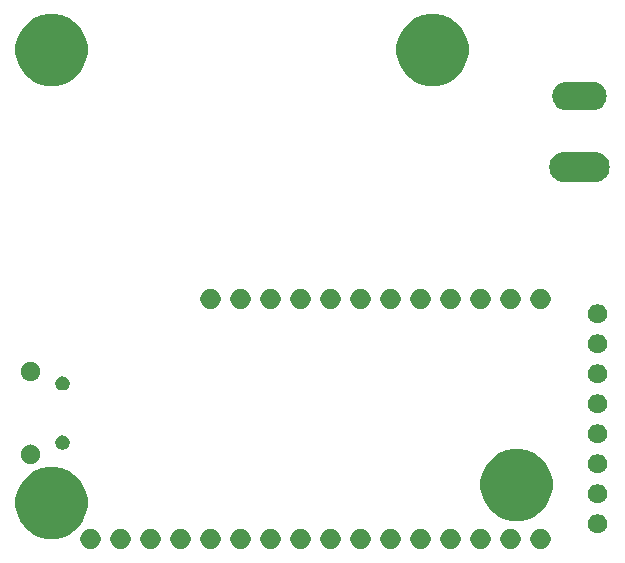
<source format=gbr>
G04 #@! TF.GenerationSoftware,KiCad,Pcbnew,(5.1.2-1)-1*
G04 #@! TF.CreationDate,2019-06-12T11:41:37-04:00*
G04 #@! TF.ProjectId,syringe_board,73797269-6e67-4655-9f62-6f6172642e6b,rev?*
G04 #@! TF.SameCoordinates,Original*
G04 #@! TF.FileFunction,Soldermask,Bot*
G04 #@! TF.FilePolarity,Negative*
%FSLAX46Y46*%
G04 Gerber Fmt 4.6, Leading zero omitted, Abs format (unit mm)*
G04 Created by KiCad (PCBNEW (5.1.2-1)-1) date 2019-06-12 11:41:37*
%MOMM*%
%LPD*%
G04 APERTURE LIST*
%ADD10C,0.100000*%
G04 APERTURE END LIST*
D10*
G36*
X133091569Y-106365280D02*
G01*
X133247278Y-106429776D01*
X133387413Y-106523412D01*
X133506588Y-106642587D01*
X133600224Y-106782722D01*
X133664720Y-106938431D01*
X133697600Y-107103729D01*
X133697600Y-107272271D01*
X133664720Y-107437569D01*
X133600224Y-107593278D01*
X133506588Y-107733413D01*
X133387413Y-107852588D01*
X133247278Y-107946224D01*
X133091569Y-108010720D01*
X132926271Y-108043600D01*
X132757729Y-108043600D01*
X132592431Y-108010720D01*
X132436722Y-107946224D01*
X132296587Y-107852588D01*
X132177412Y-107733413D01*
X132083776Y-107593278D01*
X132019280Y-107437569D01*
X131986400Y-107272271D01*
X131986400Y-107103729D01*
X132019280Y-106938431D01*
X132083776Y-106782722D01*
X132177412Y-106642587D01*
X132296587Y-106523412D01*
X132436722Y-106429776D01*
X132592431Y-106365280D01*
X132757729Y-106332400D01*
X132926271Y-106332400D01*
X133091569Y-106365280D01*
X133091569Y-106365280D01*
G37*
G36*
X130551569Y-106365280D02*
G01*
X130707278Y-106429776D01*
X130847413Y-106523412D01*
X130966588Y-106642587D01*
X131060224Y-106782722D01*
X131124720Y-106938431D01*
X131157600Y-107103729D01*
X131157600Y-107272271D01*
X131124720Y-107437569D01*
X131060224Y-107593278D01*
X130966588Y-107733413D01*
X130847413Y-107852588D01*
X130707278Y-107946224D01*
X130551569Y-108010720D01*
X130386271Y-108043600D01*
X130217729Y-108043600D01*
X130052431Y-108010720D01*
X129896722Y-107946224D01*
X129756587Y-107852588D01*
X129637412Y-107733413D01*
X129543776Y-107593278D01*
X129479280Y-107437569D01*
X129446400Y-107272271D01*
X129446400Y-107103729D01*
X129479280Y-106938431D01*
X129543776Y-106782722D01*
X129637412Y-106642587D01*
X129756587Y-106523412D01*
X129896722Y-106429776D01*
X130052431Y-106365280D01*
X130217729Y-106332400D01*
X130386271Y-106332400D01*
X130551569Y-106365280D01*
X130551569Y-106365280D01*
G37*
G36*
X128011569Y-106365280D02*
G01*
X128167278Y-106429776D01*
X128307413Y-106523412D01*
X128426588Y-106642587D01*
X128520224Y-106782722D01*
X128584720Y-106938431D01*
X128617600Y-107103729D01*
X128617600Y-107272271D01*
X128584720Y-107437569D01*
X128520224Y-107593278D01*
X128426588Y-107733413D01*
X128307413Y-107852588D01*
X128167278Y-107946224D01*
X128011569Y-108010720D01*
X127846271Y-108043600D01*
X127677729Y-108043600D01*
X127512431Y-108010720D01*
X127356722Y-107946224D01*
X127216587Y-107852588D01*
X127097412Y-107733413D01*
X127003776Y-107593278D01*
X126939280Y-107437569D01*
X126906400Y-107272271D01*
X126906400Y-107103729D01*
X126939280Y-106938431D01*
X127003776Y-106782722D01*
X127097412Y-106642587D01*
X127216587Y-106523412D01*
X127356722Y-106429776D01*
X127512431Y-106365280D01*
X127677729Y-106332400D01*
X127846271Y-106332400D01*
X128011569Y-106365280D01*
X128011569Y-106365280D01*
G37*
G36*
X125471569Y-106365280D02*
G01*
X125627278Y-106429776D01*
X125767413Y-106523412D01*
X125886588Y-106642587D01*
X125980224Y-106782722D01*
X126044720Y-106938431D01*
X126077600Y-107103729D01*
X126077600Y-107272271D01*
X126044720Y-107437569D01*
X125980224Y-107593278D01*
X125886588Y-107733413D01*
X125767413Y-107852588D01*
X125627278Y-107946224D01*
X125471569Y-108010720D01*
X125306271Y-108043600D01*
X125137729Y-108043600D01*
X124972431Y-108010720D01*
X124816722Y-107946224D01*
X124676587Y-107852588D01*
X124557412Y-107733413D01*
X124463776Y-107593278D01*
X124399280Y-107437569D01*
X124366400Y-107272271D01*
X124366400Y-107103729D01*
X124399280Y-106938431D01*
X124463776Y-106782722D01*
X124557412Y-106642587D01*
X124676587Y-106523412D01*
X124816722Y-106429776D01*
X124972431Y-106365280D01*
X125137729Y-106332400D01*
X125306271Y-106332400D01*
X125471569Y-106365280D01*
X125471569Y-106365280D01*
G37*
G36*
X122931569Y-106365280D02*
G01*
X123087278Y-106429776D01*
X123227413Y-106523412D01*
X123346588Y-106642587D01*
X123440224Y-106782722D01*
X123504720Y-106938431D01*
X123537600Y-107103729D01*
X123537600Y-107272271D01*
X123504720Y-107437569D01*
X123440224Y-107593278D01*
X123346588Y-107733413D01*
X123227413Y-107852588D01*
X123087278Y-107946224D01*
X122931569Y-108010720D01*
X122766271Y-108043600D01*
X122597729Y-108043600D01*
X122432431Y-108010720D01*
X122276722Y-107946224D01*
X122136587Y-107852588D01*
X122017412Y-107733413D01*
X121923776Y-107593278D01*
X121859280Y-107437569D01*
X121826400Y-107272271D01*
X121826400Y-107103729D01*
X121859280Y-106938431D01*
X121923776Y-106782722D01*
X122017412Y-106642587D01*
X122136587Y-106523412D01*
X122276722Y-106429776D01*
X122432431Y-106365280D01*
X122597729Y-106332400D01*
X122766271Y-106332400D01*
X122931569Y-106365280D01*
X122931569Y-106365280D01*
G37*
G36*
X120391569Y-106365280D02*
G01*
X120547278Y-106429776D01*
X120687413Y-106523412D01*
X120806588Y-106642587D01*
X120900224Y-106782722D01*
X120964720Y-106938431D01*
X120997600Y-107103729D01*
X120997600Y-107272271D01*
X120964720Y-107437569D01*
X120900224Y-107593278D01*
X120806588Y-107733413D01*
X120687413Y-107852588D01*
X120547278Y-107946224D01*
X120391569Y-108010720D01*
X120226271Y-108043600D01*
X120057729Y-108043600D01*
X119892431Y-108010720D01*
X119736722Y-107946224D01*
X119596587Y-107852588D01*
X119477412Y-107733413D01*
X119383776Y-107593278D01*
X119319280Y-107437569D01*
X119286400Y-107272271D01*
X119286400Y-107103729D01*
X119319280Y-106938431D01*
X119383776Y-106782722D01*
X119477412Y-106642587D01*
X119596587Y-106523412D01*
X119736722Y-106429776D01*
X119892431Y-106365280D01*
X120057729Y-106332400D01*
X120226271Y-106332400D01*
X120391569Y-106365280D01*
X120391569Y-106365280D01*
G37*
G36*
X117851569Y-106365280D02*
G01*
X118007278Y-106429776D01*
X118147413Y-106523412D01*
X118266588Y-106642587D01*
X118360224Y-106782722D01*
X118424720Y-106938431D01*
X118457600Y-107103729D01*
X118457600Y-107272271D01*
X118424720Y-107437569D01*
X118360224Y-107593278D01*
X118266588Y-107733413D01*
X118147413Y-107852588D01*
X118007278Y-107946224D01*
X117851569Y-108010720D01*
X117686271Y-108043600D01*
X117517729Y-108043600D01*
X117352431Y-108010720D01*
X117196722Y-107946224D01*
X117056587Y-107852588D01*
X116937412Y-107733413D01*
X116843776Y-107593278D01*
X116779280Y-107437569D01*
X116746400Y-107272271D01*
X116746400Y-107103729D01*
X116779280Y-106938431D01*
X116843776Y-106782722D01*
X116937412Y-106642587D01*
X117056587Y-106523412D01*
X117196722Y-106429776D01*
X117352431Y-106365280D01*
X117517729Y-106332400D01*
X117686271Y-106332400D01*
X117851569Y-106365280D01*
X117851569Y-106365280D01*
G37*
G36*
X115311569Y-106365280D02*
G01*
X115467278Y-106429776D01*
X115607413Y-106523412D01*
X115726588Y-106642587D01*
X115820224Y-106782722D01*
X115884720Y-106938431D01*
X115917600Y-107103729D01*
X115917600Y-107272271D01*
X115884720Y-107437569D01*
X115820224Y-107593278D01*
X115726588Y-107733413D01*
X115607413Y-107852588D01*
X115467278Y-107946224D01*
X115311569Y-108010720D01*
X115146271Y-108043600D01*
X114977729Y-108043600D01*
X114812431Y-108010720D01*
X114656722Y-107946224D01*
X114516587Y-107852588D01*
X114397412Y-107733413D01*
X114303776Y-107593278D01*
X114239280Y-107437569D01*
X114206400Y-107272271D01*
X114206400Y-107103729D01*
X114239280Y-106938431D01*
X114303776Y-106782722D01*
X114397412Y-106642587D01*
X114516587Y-106523412D01*
X114656722Y-106429776D01*
X114812431Y-106365280D01*
X114977729Y-106332400D01*
X115146271Y-106332400D01*
X115311569Y-106365280D01*
X115311569Y-106365280D01*
G37*
G36*
X112771569Y-106365280D02*
G01*
X112927278Y-106429776D01*
X113067413Y-106523412D01*
X113186588Y-106642587D01*
X113280224Y-106782722D01*
X113344720Y-106938431D01*
X113377600Y-107103729D01*
X113377600Y-107272271D01*
X113344720Y-107437569D01*
X113280224Y-107593278D01*
X113186588Y-107733413D01*
X113067413Y-107852588D01*
X112927278Y-107946224D01*
X112771569Y-108010720D01*
X112606271Y-108043600D01*
X112437729Y-108043600D01*
X112272431Y-108010720D01*
X112116722Y-107946224D01*
X111976587Y-107852588D01*
X111857412Y-107733413D01*
X111763776Y-107593278D01*
X111699280Y-107437569D01*
X111666400Y-107272271D01*
X111666400Y-107103729D01*
X111699280Y-106938431D01*
X111763776Y-106782722D01*
X111857412Y-106642587D01*
X111976587Y-106523412D01*
X112116722Y-106429776D01*
X112272431Y-106365280D01*
X112437729Y-106332400D01*
X112606271Y-106332400D01*
X112771569Y-106365280D01*
X112771569Y-106365280D01*
G37*
G36*
X110231569Y-106365280D02*
G01*
X110387278Y-106429776D01*
X110527413Y-106523412D01*
X110646588Y-106642587D01*
X110740224Y-106782722D01*
X110804720Y-106938431D01*
X110837600Y-107103729D01*
X110837600Y-107272271D01*
X110804720Y-107437569D01*
X110740224Y-107593278D01*
X110646588Y-107733413D01*
X110527413Y-107852588D01*
X110387278Y-107946224D01*
X110231569Y-108010720D01*
X110066271Y-108043600D01*
X109897729Y-108043600D01*
X109732431Y-108010720D01*
X109576722Y-107946224D01*
X109436587Y-107852588D01*
X109317412Y-107733413D01*
X109223776Y-107593278D01*
X109159280Y-107437569D01*
X109126400Y-107272271D01*
X109126400Y-107103729D01*
X109159280Y-106938431D01*
X109223776Y-106782722D01*
X109317412Y-106642587D01*
X109436587Y-106523412D01*
X109576722Y-106429776D01*
X109732431Y-106365280D01*
X109897729Y-106332400D01*
X110066271Y-106332400D01*
X110231569Y-106365280D01*
X110231569Y-106365280D01*
G37*
G36*
X107691569Y-106365280D02*
G01*
X107847278Y-106429776D01*
X107987413Y-106523412D01*
X108106588Y-106642587D01*
X108200224Y-106782722D01*
X108264720Y-106938431D01*
X108297600Y-107103729D01*
X108297600Y-107272271D01*
X108264720Y-107437569D01*
X108200224Y-107593278D01*
X108106588Y-107733413D01*
X107987413Y-107852588D01*
X107847278Y-107946224D01*
X107691569Y-108010720D01*
X107526271Y-108043600D01*
X107357729Y-108043600D01*
X107192431Y-108010720D01*
X107036722Y-107946224D01*
X106896587Y-107852588D01*
X106777412Y-107733413D01*
X106683776Y-107593278D01*
X106619280Y-107437569D01*
X106586400Y-107272271D01*
X106586400Y-107103729D01*
X106619280Y-106938431D01*
X106683776Y-106782722D01*
X106777412Y-106642587D01*
X106896587Y-106523412D01*
X107036722Y-106429776D01*
X107192431Y-106365280D01*
X107357729Y-106332400D01*
X107526271Y-106332400D01*
X107691569Y-106365280D01*
X107691569Y-106365280D01*
G37*
G36*
X105151569Y-106365280D02*
G01*
X105307278Y-106429776D01*
X105447413Y-106523412D01*
X105566588Y-106642587D01*
X105660224Y-106782722D01*
X105724720Y-106938431D01*
X105757600Y-107103729D01*
X105757600Y-107272271D01*
X105724720Y-107437569D01*
X105660224Y-107593278D01*
X105566588Y-107733413D01*
X105447413Y-107852588D01*
X105307278Y-107946224D01*
X105151569Y-108010720D01*
X104986271Y-108043600D01*
X104817729Y-108043600D01*
X104652431Y-108010720D01*
X104496722Y-107946224D01*
X104356587Y-107852588D01*
X104237412Y-107733413D01*
X104143776Y-107593278D01*
X104079280Y-107437569D01*
X104046400Y-107272271D01*
X104046400Y-107103729D01*
X104079280Y-106938431D01*
X104143776Y-106782722D01*
X104237412Y-106642587D01*
X104356587Y-106523412D01*
X104496722Y-106429776D01*
X104652431Y-106365280D01*
X104817729Y-106332400D01*
X104986271Y-106332400D01*
X105151569Y-106365280D01*
X105151569Y-106365280D01*
G37*
G36*
X102611569Y-106365280D02*
G01*
X102767278Y-106429776D01*
X102907413Y-106523412D01*
X103026588Y-106642587D01*
X103120224Y-106782722D01*
X103184720Y-106938431D01*
X103217600Y-107103729D01*
X103217600Y-107272271D01*
X103184720Y-107437569D01*
X103120224Y-107593278D01*
X103026588Y-107733413D01*
X102907413Y-107852588D01*
X102767278Y-107946224D01*
X102611569Y-108010720D01*
X102446271Y-108043600D01*
X102277729Y-108043600D01*
X102112431Y-108010720D01*
X101956722Y-107946224D01*
X101816587Y-107852588D01*
X101697412Y-107733413D01*
X101603776Y-107593278D01*
X101539280Y-107437569D01*
X101506400Y-107272271D01*
X101506400Y-107103729D01*
X101539280Y-106938431D01*
X101603776Y-106782722D01*
X101697412Y-106642587D01*
X101816587Y-106523412D01*
X101956722Y-106429776D01*
X102112431Y-106365280D01*
X102277729Y-106332400D01*
X102446271Y-106332400D01*
X102611569Y-106365280D01*
X102611569Y-106365280D01*
G37*
G36*
X100071569Y-106365280D02*
G01*
X100227278Y-106429776D01*
X100367413Y-106523412D01*
X100486588Y-106642587D01*
X100580224Y-106782722D01*
X100644720Y-106938431D01*
X100677600Y-107103729D01*
X100677600Y-107272271D01*
X100644720Y-107437569D01*
X100580224Y-107593278D01*
X100486588Y-107733413D01*
X100367413Y-107852588D01*
X100227278Y-107946224D01*
X100071569Y-108010720D01*
X99906271Y-108043600D01*
X99737729Y-108043600D01*
X99572431Y-108010720D01*
X99416722Y-107946224D01*
X99276587Y-107852588D01*
X99157412Y-107733413D01*
X99063776Y-107593278D01*
X98999280Y-107437569D01*
X98966400Y-107272271D01*
X98966400Y-107103729D01*
X98999280Y-106938431D01*
X99063776Y-106782722D01*
X99157412Y-106642587D01*
X99276587Y-106523412D01*
X99416722Y-106429776D01*
X99572431Y-106365280D01*
X99737729Y-106332400D01*
X99906271Y-106332400D01*
X100071569Y-106365280D01*
X100071569Y-106365280D01*
G37*
G36*
X97531569Y-106365280D02*
G01*
X97687278Y-106429776D01*
X97827413Y-106523412D01*
X97946588Y-106642587D01*
X98040224Y-106782722D01*
X98104720Y-106938431D01*
X98137600Y-107103729D01*
X98137600Y-107272271D01*
X98104720Y-107437569D01*
X98040224Y-107593278D01*
X97946588Y-107733413D01*
X97827413Y-107852588D01*
X97687278Y-107946224D01*
X97531569Y-108010720D01*
X97366271Y-108043600D01*
X97197729Y-108043600D01*
X97032431Y-108010720D01*
X96876722Y-107946224D01*
X96736587Y-107852588D01*
X96617412Y-107733413D01*
X96523776Y-107593278D01*
X96459280Y-107437569D01*
X96426400Y-107272271D01*
X96426400Y-107103729D01*
X96459280Y-106938431D01*
X96523776Y-106782722D01*
X96617412Y-106642587D01*
X96736587Y-106523412D01*
X96876722Y-106429776D01*
X97032431Y-106365280D01*
X97197729Y-106332400D01*
X97366271Y-106332400D01*
X97531569Y-106365280D01*
X97531569Y-106365280D01*
G37*
G36*
X94991569Y-106365280D02*
G01*
X95147278Y-106429776D01*
X95287413Y-106523412D01*
X95406588Y-106642587D01*
X95500224Y-106782722D01*
X95564720Y-106938431D01*
X95597600Y-107103729D01*
X95597600Y-107272271D01*
X95564720Y-107437569D01*
X95500224Y-107593278D01*
X95406588Y-107733413D01*
X95287413Y-107852588D01*
X95147278Y-107946224D01*
X94991569Y-108010720D01*
X94826271Y-108043600D01*
X94657729Y-108043600D01*
X94492431Y-108010720D01*
X94336722Y-107946224D01*
X94196587Y-107852588D01*
X94077412Y-107733413D01*
X93983776Y-107593278D01*
X93919280Y-107437569D01*
X93886400Y-107272271D01*
X93886400Y-107103729D01*
X93919280Y-106938431D01*
X93983776Y-106782722D01*
X94077412Y-106642587D01*
X94196587Y-106523412D01*
X94336722Y-106429776D01*
X94492431Y-106365280D01*
X94657729Y-106332400D01*
X94826271Y-106332400D01*
X94991569Y-106365280D01*
X94991569Y-106365280D01*
G37*
G36*
X92329943Y-101206248D02*
G01*
X92885189Y-101436238D01*
X92885190Y-101436239D01*
X93384899Y-101770134D01*
X93809866Y-102195101D01*
X93809867Y-102195103D01*
X94143762Y-102694811D01*
X94373752Y-103250057D01*
X94491000Y-103839501D01*
X94491000Y-104440499D01*
X94373752Y-105029943D01*
X94143762Y-105585189D01*
X94079838Y-105680858D01*
X93809866Y-106084899D01*
X93384899Y-106509866D01*
X93364626Y-106523412D01*
X92885189Y-106843762D01*
X92329943Y-107073752D01*
X91740499Y-107191000D01*
X91139501Y-107191000D01*
X90550057Y-107073752D01*
X89994811Y-106843762D01*
X89515374Y-106523412D01*
X89495101Y-106509866D01*
X89070134Y-106084899D01*
X88800162Y-105680858D01*
X88736238Y-105585189D01*
X88506248Y-105029943D01*
X88389000Y-104440499D01*
X88389000Y-103839501D01*
X88506248Y-103250057D01*
X88736238Y-102694811D01*
X89070133Y-102195103D01*
X89070134Y-102195101D01*
X89495101Y-101770134D01*
X89994810Y-101436239D01*
X89994811Y-101436238D01*
X90550057Y-101206248D01*
X91139501Y-101089000D01*
X91740499Y-101089000D01*
X92329943Y-101206248D01*
X92329943Y-101206248D01*
G37*
G36*
X137905142Y-105136242D02*
G01*
X138053101Y-105197529D01*
X138186255Y-105286499D01*
X138299501Y-105399745D01*
X138388471Y-105532899D01*
X138449758Y-105680858D01*
X138481000Y-105837925D01*
X138481000Y-105998075D01*
X138449758Y-106155142D01*
X138388471Y-106303101D01*
X138299501Y-106436255D01*
X138186255Y-106549501D01*
X138053101Y-106638471D01*
X137905142Y-106699758D01*
X137748075Y-106731000D01*
X137587925Y-106731000D01*
X137430858Y-106699758D01*
X137282899Y-106638471D01*
X137149745Y-106549501D01*
X137036499Y-106436255D01*
X136947529Y-106303101D01*
X136886242Y-106155142D01*
X136855000Y-105998075D01*
X136855000Y-105837925D01*
X136886242Y-105680858D01*
X136947529Y-105532899D01*
X137036499Y-105399745D01*
X137149745Y-105286499D01*
X137282899Y-105197529D01*
X137430858Y-105136242D01*
X137587925Y-105105000D01*
X137748075Y-105105000D01*
X137905142Y-105136242D01*
X137905142Y-105136242D01*
G37*
G36*
X131699943Y-99682248D02*
G01*
X132255189Y-99912238D01*
X132423949Y-100025000D01*
X132754899Y-100246134D01*
X133179866Y-100671101D01*
X133296596Y-100845800D01*
X133513762Y-101170811D01*
X133743752Y-101726057D01*
X133861000Y-102315501D01*
X133861000Y-102916499D01*
X133743752Y-103505943D01*
X133513762Y-104061189D01*
X133513761Y-104061190D01*
X133179866Y-104560899D01*
X132754899Y-104985866D01*
X132576602Y-105105000D01*
X132255189Y-105319762D01*
X131699943Y-105549752D01*
X131110499Y-105667000D01*
X130509501Y-105667000D01*
X129920057Y-105549752D01*
X129364811Y-105319762D01*
X129043398Y-105105000D01*
X128865101Y-104985866D01*
X128440134Y-104560899D01*
X128106239Y-104061190D01*
X128106238Y-104061189D01*
X127876248Y-103505943D01*
X127759000Y-102916499D01*
X127759000Y-102315501D01*
X127876248Y-101726057D01*
X128106238Y-101170811D01*
X128323404Y-100845800D01*
X128440134Y-100671101D01*
X128865101Y-100246134D01*
X129196051Y-100025000D01*
X129364811Y-99912238D01*
X129920057Y-99682248D01*
X130509501Y-99565000D01*
X131110499Y-99565000D01*
X131699943Y-99682248D01*
X131699943Y-99682248D01*
G37*
G36*
X137905142Y-102596242D02*
G01*
X138053101Y-102657529D01*
X138186255Y-102746499D01*
X138299501Y-102859745D01*
X138388471Y-102992899D01*
X138449758Y-103140858D01*
X138481000Y-103297925D01*
X138481000Y-103458075D01*
X138449758Y-103615142D01*
X138388471Y-103763101D01*
X138299501Y-103896255D01*
X138186255Y-104009501D01*
X138053101Y-104098471D01*
X137905142Y-104159758D01*
X137748075Y-104191000D01*
X137587925Y-104191000D01*
X137430858Y-104159758D01*
X137282899Y-104098471D01*
X137149745Y-104009501D01*
X137036499Y-103896255D01*
X136947529Y-103763101D01*
X136886242Y-103615142D01*
X136855000Y-103458075D01*
X136855000Y-103297925D01*
X136886242Y-103140858D01*
X136947529Y-102992899D01*
X137036499Y-102859745D01*
X137149745Y-102746499D01*
X137282899Y-102657529D01*
X137430858Y-102596242D01*
X137587925Y-102565000D01*
X137748075Y-102565000D01*
X137905142Y-102596242D01*
X137905142Y-102596242D01*
G37*
G36*
X137905142Y-100056242D02*
G01*
X138053101Y-100117529D01*
X138186255Y-100206499D01*
X138299501Y-100319745D01*
X138388471Y-100452899D01*
X138449758Y-100600858D01*
X138481000Y-100757925D01*
X138481000Y-100918075D01*
X138449758Y-101075142D01*
X138388471Y-101223101D01*
X138299501Y-101356255D01*
X138186255Y-101469501D01*
X138053101Y-101558471D01*
X137905142Y-101619758D01*
X137748075Y-101651000D01*
X137587925Y-101651000D01*
X137430858Y-101619758D01*
X137282899Y-101558471D01*
X137149745Y-101469501D01*
X137036499Y-101356255D01*
X136947529Y-101223101D01*
X136886242Y-101075142D01*
X136855000Y-100918075D01*
X136855000Y-100757925D01*
X136886242Y-100600858D01*
X136947529Y-100452899D01*
X137036499Y-100319745D01*
X137149745Y-100206499D01*
X137282899Y-100117529D01*
X137430858Y-100056242D01*
X137587925Y-100025000D01*
X137748075Y-100025000D01*
X137905142Y-100056242D01*
X137905142Y-100056242D01*
G37*
G36*
X89796581Y-99203983D02*
G01*
X89902994Y-99225150D01*
X90053353Y-99287431D01*
X90188672Y-99377848D01*
X90303752Y-99492928D01*
X90394169Y-99628247D01*
X90456450Y-99778606D01*
X90488200Y-99938226D01*
X90488200Y-100100974D01*
X90456450Y-100260594D01*
X90394169Y-100410953D01*
X90303752Y-100546272D01*
X90188672Y-100661352D01*
X90053353Y-100751769D01*
X89902994Y-100814050D01*
X89796581Y-100835217D01*
X89743375Y-100845800D01*
X89580625Y-100845800D01*
X89527419Y-100835217D01*
X89421006Y-100814050D01*
X89270647Y-100751769D01*
X89135328Y-100661352D01*
X89020248Y-100546272D01*
X88929831Y-100410953D01*
X88867550Y-100260594D01*
X88835800Y-100100974D01*
X88835800Y-99938226D01*
X88867550Y-99778606D01*
X88929831Y-99628247D01*
X89020248Y-99492928D01*
X89135328Y-99377848D01*
X89270647Y-99287431D01*
X89421006Y-99225150D01*
X89527419Y-99203983D01*
X89580625Y-99193400D01*
X89743375Y-99193400D01*
X89796581Y-99203983D01*
X89796581Y-99203983D01*
G37*
G36*
X92538177Y-98439211D02*
G01*
X92538179Y-98439212D01*
X92538180Y-98439212D01*
X92593140Y-98461977D01*
X92648104Y-98484744D01*
X92747025Y-98550841D01*
X92831159Y-98634975D01*
X92897256Y-98733896D01*
X92942789Y-98843823D01*
X92966000Y-98960510D01*
X92966000Y-99079490D01*
X92942789Y-99196177D01*
X92897256Y-99306104D01*
X92831159Y-99405025D01*
X92747025Y-99489159D01*
X92648104Y-99555256D01*
X92593140Y-99578023D01*
X92538180Y-99600788D01*
X92538179Y-99600788D01*
X92538177Y-99600789D01*
X92421490Y-99624000D01*
X92302510Y-99624000D01*
X92185823Y-99600789D01*
X92185821Y-99600788D01*
X92185820Y-99600788D01*
X92130860Y-99578023D01*
X92075896Y-99555256D01*
X91976975Y-99489159D01*
X91892841Y-99405025D01*
X91826744Y-99306104D01*
X91781211Y-99196177D01*
X91758000Y-99079490D01*
X91758000Y-98960510D01*
X91781211Y-98843823D01*
X91826744Y-98733896D01*
X91892841Y-98634975D01*
X91976975Y-98550841D01*
X92075896Y-98484744D01*
X92130860Y-98461977D01*
X92185820Y-98439212D01*
X92185821Y-98439212D01*
X92185823Y-98439211D01*
X92302510Y-98416000D01*
X92421490Y-98416000D01*
X92538177Y-98439211D01*
X92538177Y-98439211D01*
G37*
G36*
X137905142Y-97516242D02*
G01*
X138053101Y-97577529D01*
X138186255Y-97666499D01*
X138299501Y-97779745D01*
X138388471Y-97912899D01*
X138449758Y-98060858D01*
X138481000Y-98217925D01*
X138481000Y-98378075D01*
X138449758Y-98535142D01*
X138388471Y-98683101D01*
X138299501Y-98816255D01*
X138186255Y-98929501D01*
X138053101Y-99018471D01*
X137905142Y-99079758D01*
X137748075Y-99111000D01*
X137587925Y-99111000D01*
X137430858Y-99079758D01*
X137282899Y-99018471D01*
X137149745Y-98929501D01*
X137036499Y-98816255D01*
X136947529Y-98683101D01*
X136886242Y-98535142D01*
X136855000Y-98378075D01*
X136855000Y-98217925D01*
X136886242Y-98060858D01*
X136947529Y-97912899D01*
X137036499Y-97779745D01*
X137149745Y-97666499D01*
X137282899Y-97577529D01*
X137430858Y-97516242D01*
X137587925Y-97485000D01*
X137748075Y-97485000D01*
X137905142Y-97516242D01*
X137905142Y-97516242D01*
G37*
G36*
X137905142Y-94976242D02*
G01*
X138053101Y-95037529D01*
X138186255Y-95126499D01*
X138299501Y-95239745D01*
X138388471Y-95372899D01*
X138449758Y-95520858D01*
X138481000Y-95677925D01*
X138481000Y-95838075D01*
X138449758Y-95995142D01*
X138388471Y-96143101D01*
X138299501Y-96276255D01*
X138186255Y-96389501D01*
X138053101Y-96478471D01*
X137905142Y-96539758D01*
X137748075Y-96571000D01*
X137587925Y-96571000D01*
X137430858Y-96539758D01*
X137282899Y-96478471D01*
X137149745Y-96389501D01*
X137036499Y-96276255D01*
X136947529Y-96143101D01*
X136886242Y-95995142D01*
X136855000Y-95838075D01*
X136855000Y-95677925D01*
X136886242Y-95520858D01*
X136947529Y-95372899D01*
X137036499Y-95239745D01*
X137149745Y-95126499D01*
X137282899Y-95037529D01*
X137430858Y-94976242D01*
X137587925Y-94945000D01*
X137748075Y-94945000D01*
X137905142Y-94976242D01*
X137905142Y-94976242D01*
G37*
G36*
X92538177Y-93439211D02*
G01*
X92538179Y-93439212D01*
X92538180Y-93439212D01*
X92593141Y-93461978D01*
X92648104Y-93484744D01*
X92747025Y-93550841D01*
X92831159Y-93634975D01*
X92897256Y-93733896D01*
X92942789Y-93843823D01*
X92966000Y-93960510D01*
X92966000Y-94079490D01*
X92942789Y-94196177D01*
X92897256Y-94306104D01*
X92831159Y-94405025D01*
X92747025Y-94489159D01*
X92648104Y-94555256D01*
X92593141Y-94578022D01*
X92538180Y-94600788D01*
X92538179Y-94600788D01*
X92538177Y-94600789D01*
X92421490Y-94624000D01*
X92302510Y-94624000D01*
X92185823Y-94600789D01*
X92185821Y-94600788D01*
X92185820Y-94600788D01*
X92130859Y-94578022D01*
X92075896Y-94555256D01*
X91976975Y-94489159D01*
X91892841Y-94405025D01*
X91826744Y-94306104D01*
X91781211Y-94196177D01*
X91758000Y-94079490D01*
X91758000Y-93960510D01*
X91781211Y-93843823D01*
X91826744Y-93733896D01*
X91892841Y-93634975D01*
X91976975Y-93550841D01*
X92075896Y-93484744D01*
X92130860Y-93461977D01*
X92185820Y-93439212D01*
X92185821Y-93439212D01*
X92185823Y-93439211D01*
X92302510Y-93416000D01*
X92421490Y-93416000D01*
X92538177Y-93439211D01*
X92538177Y-93439211D01*
G37*
G36*
X137905142Y-92436242D02*
G01*
X138053101Y-92497529D01*
X138186255Y-92586499D01*
X138299501Y-92699745D01*
X138388471Y-92832899D01*
X138449758Y-92980858D01*
X138481000Y-93137925D01*
X138481000Y-93298075D01*
X138449758Y-93455142D01*
X138388471Y-93603101D01*
X138299501Y-93736255D01*
X138186255Y-93849501D01*
X138053101Y-93938471D01*
X137905142Y-93999758D01*
X137748075Y-94031000D01*
X137587925Y-94031000D01*
X137430858Y-93999758D01*
X137282899Y-93938471D01*
X137149745Y-93849501D01*
X137036499Y-93736255D01*
X136947529Y-93603101D01*
X136886242Y-93455142D01*
X136855000Y-93298075D01*
X136855000Y-93137925D01*
X136886242Y-92980858D01*
X136947529Y-92832899D01*
X137036499Y-92699745D01*
X137149745Y-92586499D01*
X137282899Y-92497529D01*
X137430858Y-92436242D01*
X137587925Y-92405000D01*
X137748075Y-92405000D01*
X137905142Y-92436242D01*
X137905142Y-92436242D01*
G37*
G36*
X89796581Y-92204783D02*
G01*
X89902994Y-92225950D01*
X90053353Y-92288231D01*
X90188672Y-92378648D01*
X90303752Y-92493728D01*
X90394169Y-92629047D01*
X90456450Y-92779406D01*
X90488200Y-92939026D01*
X90488200Y-93101774D01*
X90456450Y-93261394D01*
X90394169Y-93411753D01*
X90303752Y-93547072D01*
X90188672Y-93662152D01*
X90053353Y-93752569D01*
X89902994Y-93814850D01*
X89796581Y-93836017D01*
X89743375Y-93846600D01*
X89580625Y-93846600D01*
X89527419Y-93836017D01*
X89421006Y-93814850D01*
X89270647Y-93752569D01*
X89135328Y-93662152D01*
X89020248Y-93547072D01*
X88929831Y-93411753D01*
X88867550Y-93261394D01*
X88835800Y-93101774D01*
X88835800Y-92939026D01*
X88867550Y-92779406D01*
X88929831Y-92629047D01*
X89020248Y-92493728D01*
X89135328Y-92378648D01*
X89270647Y-92288231D01*
X89421006Y-92225950D01*
X89527419Y-92204783D01*
X89580625Y-92194200D01*
X89743375Y-92194200D01*
X89796581Y-92204783D01*
X89796581Y-92204783D01*
G37*
G36*
X137905142Y-89896242D02*
G01*
X138053101Y-89957529D01*
X138186255Y-90046499D01*
X138299501Y-90159745D01*
X138388471Y-90292899D01*
X138449758Y-90440858D01*
X138481000Y-90597925D01*
X138481000Y-90758075D01*
X138449758Y-90915142D01*
X138388471Y-91063101D01*
X138299501Y-91196255D01*
X138186255Y-91309501D01*
X138053101Y-91398471D01*
X137905142Y-91459758D01*
X137748075Y-91491000D01*
X137587925Y-91491000D01*
X137430858Y-91459758D01*
X137282899Y-91398471D01*
X137149745Y-91309501D01*
X137036499Y-91196255D01*
X136947529Y-91063101D01*
X136886242Y-90915142D01*
X136855000Y-90758075D01*
X136855000Y-90597925D01*
X136886242Y-90440858D01*
X136947529Y-90292899D01*
X137036499Y-90159745D01*
X137149745Y-90046499D01*
X137282899Y-89957529D01*
X137430858Y-89896242D01*
X137587925Y-89865000D01*
X137748075Y-89865000D01*
X137905142Y-89896242D01*
X137905142Y-89896242D01*
G37*
G36*
X137905142Y-87356242D02*
G01*
X138053101Y-87417529D01*
X138186255Y-87506499D01*
X138299501Y-87619745D01*
X138388471Y-87752899D01*
X138449758Y-87900858D01*
X138481000Y-88057925D01*
X138481000Y-88218075D01*
X138449758Y-88375142D01*
X138388471Y-88523101D01*
X138299501Y-88656255D01*
X138186255Y-88769501D01*
X138053101Y-88858471D01*
X137905142Y-88919758D01*
X137748075Y-88951000D01*
X137587925Y-88951000D01*
X137430858Y-88919758D01*
X137282899Y-88858471D01*
X137149745Y-88769501D01*
X137036499Y-88656255D01*
X136947529Y-88523101D01*
X136886242Y-88375142D01*
X136855000Y-88218075D01*
X136855000Y-88057925D01*
X136886242Y-87900858D01*
X136947529Y-87752899D01*
X137036499Y-87619745D01*
X137149745Y-87506499D01*
X137282899Y-87417529D01*
X137430858Y-87356242D01*
X137587925Y-87325000D01*
X137748075Y-87325000D01*
X137905142Y-87356242D01*
X137905142Y-87356242D01*
G37*
G36*
X117851569Y-86045280D02*
G01*
X118007278Y-86109776D01*
X118147413Y-86203412D01*
X118266588Y-86322587D01*
X118360224Y-86462722D01*
X118424720Y-86618431D01*
X118457600Y-86783729D01*
X118457600Y-86952271D01*
X118424720Y-87117569D01*
X118360224Y-87273278D01*
X118266588Y-87413413D01*
X118147413Y-87532588D01*
X118007278Y-87626224D01*
X117851569Y-87690720D01*
X117686271Y-87723600D01*
X117517729Y-87723600D01*
X117352431Y-87690720D01*
X117196722Y-87626224D01*
X117056587Y-87532588D01*
X116937412Y-87413413D01*
X116843776Y-87273278D01*
X116779280Y-87117569D01*
X116746400Y-86952271D01*
X116746400Y-86783729D01*
X116779280Y-86618431D01*
X116843776Y-86462722D01*
X116937412Y-86322587D01*
X117056587Y-86203412D01*
X117196722Y-86109776D01*
X117352431Y-86045280D01*
X117517729Y-86012400D01*
X117686271Y-86012400D01*
X117851569Y-86045280D01*
X117851569Y-86045280D01*
G37*
G36*
X115311569Y-86045280D02*
G01*
X115467278Y-86109776D01*
X115607413Y-86203412D01*
X115726588Y-86322587D01*
X115820224Y-86462722D01*
X115884720Y-86618431D01*
X115917600Y-86783729D01*
X115917600Y-86952271D01*
X115884720Y-87117569D01*
X115820224Y-87273278D01*
X115726588Y-87413413D01*
X115607413Y-87532588D01*
X115467278Y-87626224D01*
X115311569Y-87690720D01*
X115146271Y-87723600D01*
X114977729Y-87723600D01*
X114812431Y-87690720D01*
X114656722Y-87626224D01*
X114516587Y-87532588D01*
X114397412Y-87413413D01*
X114303776Y-87273278D01*
X114239280Y-87117569D01*
X114206400Y-86952271D01*
X114206400Y-86783729D01*
X114239280Y-86618431D01*
X114303776Y-86462722D01*
X114397412Y-86322587D01*
X114516587Y-86203412D01*
X114656722Y-86109776D01*
X114812431Y-86045280D01*
X114977729Y-86012400D01*
X115146271Y-86012400D01*
X115311569Y-86045280D01*
X115311569Y-86045280D01*
G37*
G36*
X112771569Y-86045280D02*
G01*
X112927278Y-86109776D01*
X113067413Y-86203412D01*
X113186588Y-86322587D01*
X113280224Y-86462722D01*
X113344720Y-86618431D01*
X113377600Y-86783729D01*
X113377600Y-86952271D01*
X113344720Y-87117569D01*
X113280224Y-87273278D01*
X113186588Y-87413413D01*
X113067413Y-87532588D01*
X112927278Y-87626224D01*
X112771569Y-87690720D01*
X112606271Y-87723600D01*
X112437729Y-87723600D01*
X112272431Y-87690720D01*
X112116722Y-87626224D01*
X111976587Y-87532588D01*
X111857412Y-87413413D01*
X111763776Y-87273278D01*
X111699280Y-87117569D01*
X111666400Y-86952271D01*
X111666400Y-86783729D01*
X111699280Y-86618431D01*
X111763776Y-86462722D01*
X111857412Y-86322587D01*
X111976587Y-86203412D01*
X112116722Y-86109776D01*
X112272431Y-86045280D01*
X112437729Y-86012400D01*
X112606271Y-86012400D01*
X112771569Y-86045280D01*
X112771569Y-86045280D01*
G37*
G36*
X110231569Y-86045280D02*
G01*
X110387278Y-86109776D01*
X110527413Y-86203412D01*
X110646588Y-86322587D01*
X110740224Y-86462722D01*
X110804720Y-86618431D01*
X110837600Y-86783729D01*
X110837600Y-86952271D01*
X110804720Y-87117569D01*
X110740224Y-87273278D01*
X110646588Y-87413413D01*
X110527413Y-87532588D01*
X110387278Y-87626224D01*
X110231569Y-87690720D01*
X110066271Y-87723600D01*
X109897729Y-87723600D01*
X109732431Y-87690720D01*
X109576722Y-87626224D01*
X109436587Y-87532588D01*
X109317412Y-87413413D01*
X109223776Y-87273278D01*
X109159280Y-87117569D01*
X109126400Y-86952271D01*
X109126400Y-86783729D01*
X109159280Y-86618431D01*
X109223776Y-86462722D01*
X109317412Y-86322587D01*
X109436587Y-86203412D01*
X109576722Y-86109776D01*
X109732431Y-86045280D01*
X109897729Y-86012400D01*
X110066271Y-86012400D01*
X110231569Y-86045280D01*
X110231569Y-86045280D01*
G37*
G36*
X107691569Y-86045280D02*
G01*
X107847278Y-86109776D01*
X107987413Y-86203412D01*
X108106588Y-86322587D01*
X108200224Y-86462722D01*
X108264720Y-86618431D01*
X108297600Y-86783729D01*
X108297600Y-86952271D01*
X108264720Y-87117569D01*
X108200224Y-87273278D01*
X108106588Y-87413413D01*
X107987413Y-87532588D01*
X107847278Y-87626224D01*
X107691569Y-87690720D01*
X107526271Y-87723600D01*
X107357729Y-87723600D01*
X107192431Y-87690720D01*
X107036722Y-87626224D01*
X106896587Y-87532588D01*
X106777412Y-87413413D01*
X106683776Y-87273278D01*
X106619280Y-87117569D01*
X106586400Y-86952271D01*
X106586400Y-86783729D01*
X106619280Y-86618431D01*
X106683776Y-86462722D01*
X106777412Y-86322587D01*
X106896587Y-86203412D01*
X107036722Y-86109776D01*
X107192431Y-86045280D01*
X107357729Y-86012400D01*
X107526271Y-86012400D01*
X107691569Y-86045280D01*
X107691569Y-86045280D01*
G37*
G36*
X125471569Y-86045280D02*
G01*
X125627278Y-86109776D01*
X125767413Y-86203412D01*
X125886588Y-86322587D01*
X125980224Y-86462722D01*
X126044720Y-86618431D01*
X126077600Y-86783729D01*
X126077600Y-86952271D01*
X126044720Y-87117569D01*
X125980224Y-87273278D01*
X125886588Y-87413413D01*
X125767413Y-87532588D01*
X125627278Y-87626224D01*
X125471569Y-87690720D01*
X125306271Y-87723600D01*
X125137729Y-87723600D01*
X124972431Y-87690720D01*
X124816722Y-87626224D01*
X124676587Y-87532588D01*
X124557412Y-87413413D01*
X124463776Y-87273278D01*
X124399280Y-87117569D01*
X124366400Y-86952271D01*
X124366400Y-86783729D01*
X124399280Y-86618431D01*
X124463776Y-86462722D01*
X124557412Y-86322587D01*
X124676587Y-86203412D01*
X124816722Y-86109776D01*
X124972431Y-86045280D01*
X125137729Y-86012400D01*
X125306271Y-86012400D01*
X125471569Y-86045280D01*
X125471569Y-86045280D01*
G37*
G36*
X105151569Y-86045280D02*
G01*
X105307278Y-86109776D01*
X105447413Y-86203412D01*
X105566588Y-86322587D01*
X105660224Y-86462722D01*
X105724720Y-86618431D01*
X105757600Y-86783729D01*
X105757600Y-86952271D01*
X105724720Y-87117569D01*
X105660224Y-87273278D01*
X105566588Y-87413413D01*
X105447413Y-87532588D01*
X105307278Y-87626224D01*
X105151569Y-87690720D01*
X104986271Y-87723600D01*
X104817729Y-87723600D01*
X104652431Y-87690720D01*
X104496722Y-87626224D01*
X104356587Y-87532588D01*
X104237412Y-87413413D01*
X104143776Y-87273278D01*
X104079280Y-87117569D01*
X104046400Y-86952271D01*
X104046400Y-86783729D01*
X104079280Y-86618431D01*
X104143776Y-86462722D01*
X104237412Y-86322587D01*
X104356587Y-86203412D01*
X104496722Y-86109776D01*
X104652431Y-86045280D01*
X104817729Y-86012400D01*
X104986271Y-86012400D01*
X105151569Y-86045280D01*
X105151569Y-86045280D01*
G37*
G36*
X128011569Y-86045280D02*
G01*
X128167278Y-86109776D01*
X128307413Y-86203412D01*
X128426588Y-86322587D01*
X128520224Y-86462722D01*
X128584720Y-86618431D01*
X128617600Y-86783729D01*
X128617600Y-86952271D01*
X128584720Y-87117569D01*
X128520224Y-87273278D01*
X128426588Y-87413413D01*
X128307413Y-87532588D01*
X128167278Y-87626224D01*
X128011569Y-87690720D01*
X127846271Y-87723600D01*
X127677729Y-87723600D01*
X127512431Y-87690720D01*
X127356722Y-87626224D01*
X127216587Y-87532588D01*
X127097412Y-87413413D01*
X127003776Y-87273278D01*
X126939280Y-87117569D01*
X126906400Y-86952271D01*
X126906400Y-86783729D01*
X126939280Y-86618431D01*
X127003776Y-86462722D01*
X127097412Y-86322587D01*
X127216587Y-86203412D01*
X127356722Y-86109776D01*
X127512431Y-86045280D01*
X127677729Y-86012400D01*
X127846271Y-86012400D01*
X128011569Y-86045280D01*
X128011569Y-86045280D01*
G37*
G36*
X130551569Y-86045280D02*
G01*
X130707278Y-86109776D01*
X130847413Y-86203412D01*
X130966588Y-86322587D01*
X131060224Y-86462722D01*
X131124720Y-86618431D01*
X131157600Y-86783729D01*
X131157600Y-86952271D01*
X131124720Y-87117569D01*
X131060224Y-87273278D01*
X130966588Y-87413413D01*
X130847413Y-87532588D01*
X130707278Y-87626224D01*
X130551569Y-87690720D01*
X130386271Y-87723600D01*
X130217729Y-87723600D01*
X130052431Y-87690720D01*
X129896722Y-87626224D01*
X129756587Y-87532588D01*
X129637412Y-87413413D01*
X129543776Y-87273278D01*
X129479280Y-87117569D01*
X129446400Y-86952271D01*
X129446400Y-86783729D01*
X129479280Y-86618431D01*
X129543776Y-86462722D01*
X129637412Y-86322587D01*
X129756587Y-86203412D01*
X129896722Y-86109776D01*
X130052431Y-86045280D01*
X130217729Y-86012400D01*
X130386271Y-86012400D01*
X130551569Y-86045280D01*
X130551569Y-86045280D01*
G37*
G36*
X133091569Y-86045280D02*
G01*
X133247278Y-86109776D01*
X133387413Y-86203412D01*
X133506588Y-86322587D01*
X133600224Y-86462722D01*
X133664720Y-86618431D01*
X133697600Y-86783729D01*
X133697600Y-86952271D01*
X133664720Y-87117569D01*
X133600224Y-87273278D01*
X133506588Y-87413413D01*
X133387413Y-87532588D01*
X133247278Y-87626224D01*
X133091569Y-87690720D01*
X132926271Y-87723600D01*
X132757729Y-87723600D01*
X132592431Y-87690720D01*
X132436722Y-87626224D01*
X132296587Y-87532588D01*
X132177412Y-87413413D01*
X132083776Y-87273278D01*
X132019280Y-87117569D01*
X131986400Y-86952271D01*
X131986400Y-86783729D01*
X132019280Y-86618431D01*
X132083776Y-86462722D01*
X132177412Y-86322587D01*
X132296587Y-86203412D01*
X132436722Y-86109776D01*
X132592431Y-86045280D01*
X132757729Y-86012400D01*
X132926271Y-86012400D01*
X133091569Y-86045280D01*
X133091569Y-86045280D01*
G37*
G36*
X122931569Y-86045280D02*
G01*
X123087278Y-86109776D01*
X123227413Y-86203412D01*
X123346588Y-86322587D01*
X123440224Y-86462722D01*
X123504720Y-86618431D01*
X123537600Y-86783729D01*
X123537600Y-86952271D01*
X123504720Y-87117569D01*
X123440224Y-87273278D01*
X123346588Y-87413413D01*
X123227413Y-87532588D01*
X123087278Y-87626224D01*
X122931569Y-87690720D01*
X122766271Y-87723600D01*
X122597729Y-87723600D01*
X122432431Y-87690720D01*
X122276722Y-87626224D01*
X122136587Y-87532588D01*
X122017412Y-87413413D01*
X121923776Y-87273278D01*
X121859280Y-87117569D01*
X121826400Y-86952271D01*
X121826400Y-86783729D01*
X121859280Y-86618431D01*
X121923776Y-86462722D01*
X122017412Y-86322587D01*
X122136587Y-86203412D01*
X122276722Y-86109776D01*
X122432431Y-86045280D01*
X122597729Y-86012400D01*
X122766271Y-86012400D01*
X122931569Y-86045280D01*
X122931569Y-86045280D01*
G37*
G36*
X120391569Y-86045280D02*
G01*
X120547278Y-86109776D01*
X120687413Y-86203412D01*
X120806588Y-86322587D01*
X120900224Y-86462722D01*
X120964720Y-86618431D01*
X120997600Y-86783729D01*
X120997600Y-86952271D01*
X120964720Y-87117569D01*
X120900224Y-87273278D01*
X120806588Y-87413413D01*
X120687413Y-87532588D01*
X120547278Y-87626224D01*
X120391569Y-87690720D01*
X120226271Y-87723600D01*
X120057729Y-87723600D01*
X119892431Y-87690720D01*
X119736722Y-87626224D01*
X119596587Y-87532588D01*
X119477412Y-87413413D01*
X119383776Y-87273278D01*
X119319280Y-87117569D01*
X119286400Y-86952271D01*
X119286400Y-86783729D01*
X119319280Y-86618431D01*
X119383776Y-86462722D01*
X119477412Y-86322587D01*
X119596587Y-86203412D01*
X119736722Y-86109776D01*
X119892431Y-86045280D01*
X120057729Y-86012400D01*
X120226271Y-86012400D01*
X120391569Y-86045280D01*
X120391569Y-86045280D01*
G37*
G36*
X137553472Y-74400412D02*
G01*
X137649040Y-74409825D01*
X137894280Y-74484218D01*
X138120294Y-74605025D01*
X138171899Y-74647376D01*
X138318397Y-74767603D01*
X138438624Y-74914101D01*
X138480975Y-74965706D01*
X138601782Y-75191720D01*
X138676175Y-75436960D01*
X138701294Y-75692000D01*
X138676175Y-75947040D01*
X138601782Y-76192280D01*
X138480975Y-76418294D01*
X138438624Y-76469899D01*
X138318397Y-76616397D01*
X138171899Y-76736624D01*
X138120294Y-76778975D01*
X137894280Y-76899782D01*
X137649040Y-76974175D01*
X137553472Y-76983588D01*
X137457906Y-76993000D01*
X134830094Y-76993000D01*
X134734528Y-76983588D01*
X134638960Y-76974175D01*
X134393720Y-76899782D01*
X134167706Y-76778975D01*
X134116101Y-76736624D01*
X133969603Y-76616397D01*
X133849376Y-76469899D01*
X133807025Y-76418294D01*
X133686218Y-76192280D01*
X133611825Y-75947040D01*
X133586706Y-75692000D01*
X133611825Y-75436960D01*
X133686218Y-75191720D01*
X133807025Y-74965706D01*
X133849376Y-74914101D01*
X133969603Y-74767603D01*
X134116101Y-74647376D01*
X134167706Y-74605025D01*
X134393720Y-74484218D01*
X134638960Y-74409825D01*
X134734528Y-74400412D01*
X134830094Y-74391000D01*
X137457906Y-74391000D01*
X137553472Y-74400412D01*
X137553472Y-74400412D01*
G37*
G36*
X137499536Y-68533016D02*
G01*
X137721213Y-68600261D01*
X137925512Y-68709461D01*
X138104581Y-68856419D01*
X138251539Y-69035488D01*
X138360739Y-69239787D01*
X138427984Y-69461464D01*
X138450690Y-69692000D01*
X138427984Y-69922536D01*
X138360739Y-70144213D01*
X138251539Y-70348512D01*
X138104581Y-70527581D01*
X137925512Y-70674539D01*
X137721213Y-70783739D01*
X137499536Y-70850984D01*
X137326771Y-70868000D01*
X134961229Y-70868000D01*
X134788464Y-70850984D01*
X134566787Y-70783739D01*
X134362488Y-70674539D01*
X134183419Y-70527581D01*
X134036461Y-70348512D01*
X133927261Y-70144213D01*
X133860016Y-69922536D01*
X133837310Y-69692000D01*
X133860016Y-69461464D01*
X133927261Y-69239787D01*
X134036461Y-69035488D01*
X134183419Y-68856419D01*
X134362488Y-68709461D01*
X134566787Y-68600261D01*
X134788464Y-68533016D01*
X134961229Y-68516000D01*
X137326771Y-68516000D01*
X137499536Y-68533016D01*
X137499536Y-68533016D01*
G37*
G36*
X92329943Y-62852248D02*
G01*
X92885189Y-63082238D01*
X92885190Y-63082239D01*
X93384899Y-63416134D01*
X93809866Y-63841101D01*
X93809867Y-63841103D01*
X94143762Y-64340811D01*
X94373752Y-64896057D01*
X94491000Y-65485501D01*
X94491000Y-66086499D01*
X94373752Y-66675943D01*
X94143762Y-67231189D01*
X94143761Y-67231190D01*
X93809866Y-67730899D01*
X93384899Y-68155866D01*
X93133347Y-68323948D01*
X92885189Y-68489762D01*
X92329943Y-68719752D01*
X91740499Y-68837000D01*
X91139501Y-68837000D01*
X90550057Y-68719752D01*
X89994811Y-68489762D01*
X89746653Y-68323948D01*
X89495101Y-68155866D01*
X89070134Y-67730899D01*
X88736239Y-67231190D01*
X88736238Y-67231189D01*
X88506248Y-66675943D01*
X88389000Y-66086499D01*
X88389000Y-65485501D01*
X88506248Y-64896057D01*
X88736238Y-64340811D01*
X89070133Y-63841103D01*
X89070134Y-63841101D01*
X89495101Y-63416134D01*
X89994810Y-63082239D01*
X89994811Y-63082238D01*
X90550057Y-62852248D01*
X91139501Y-62735000D01*
X91740499Y-62735000D01*
X92329943Y-62852248D01*
X92329943Y-62852248D01*
G37*
G36*
X124587943Y-62852248D02*
G01*
X125143189Y-63082238D01*
X125143190Y-63082239D01*
X125642899Y-63416134D01*
X126067866Y-63841101D01*
X126067867Y-63841103D01*
X126401762Y-64340811D01*
X126631752Y-64896057D01*
X126749000Y-65485501D01*
X126749000Y-66086499D01*
X126631752Y-66675943D01*
X126401762Y-67231189D01*
X126401761Y-67231190D01*
X126067866Y-67730899D01*
X125642899Y-68155866D01*
X125391347Y-68323948D01*
X125143189Y-68489762D01*
X124587943Y-68719752D01*
X123998499Y-68837000D01*
X123397501Y-68837000D01*
X122808057Y-68719752D01*
X122252811Y-68489762D01*
X122004653Y-68323948D01*
X121753101Y-68155866D01*
X121328134Y-67730899D01*
X120994239Y-67231190D01*
X120994238Y-67231189D01*
X120764248Y-66675943D01*
X120647000Y-66086499D01*
X120647000Y-65485501D01*
X120764248Y-64896057D01*
X120994238Y-64340811D01*
X121328133Y-63841103D01*
X121328134Y-63841101D01*
X121753101Y-63416134D01*
X122252810Y-63082239D01*
X122252811Y-63082238D01*
X122808057Y-62852248D01*
X123397501Y-62735000D01*
X123998499Y-62735000D01*
X124587943Y-62852248D01*
X124587943Y-62852248D01*
G37*
M02*

</source>
